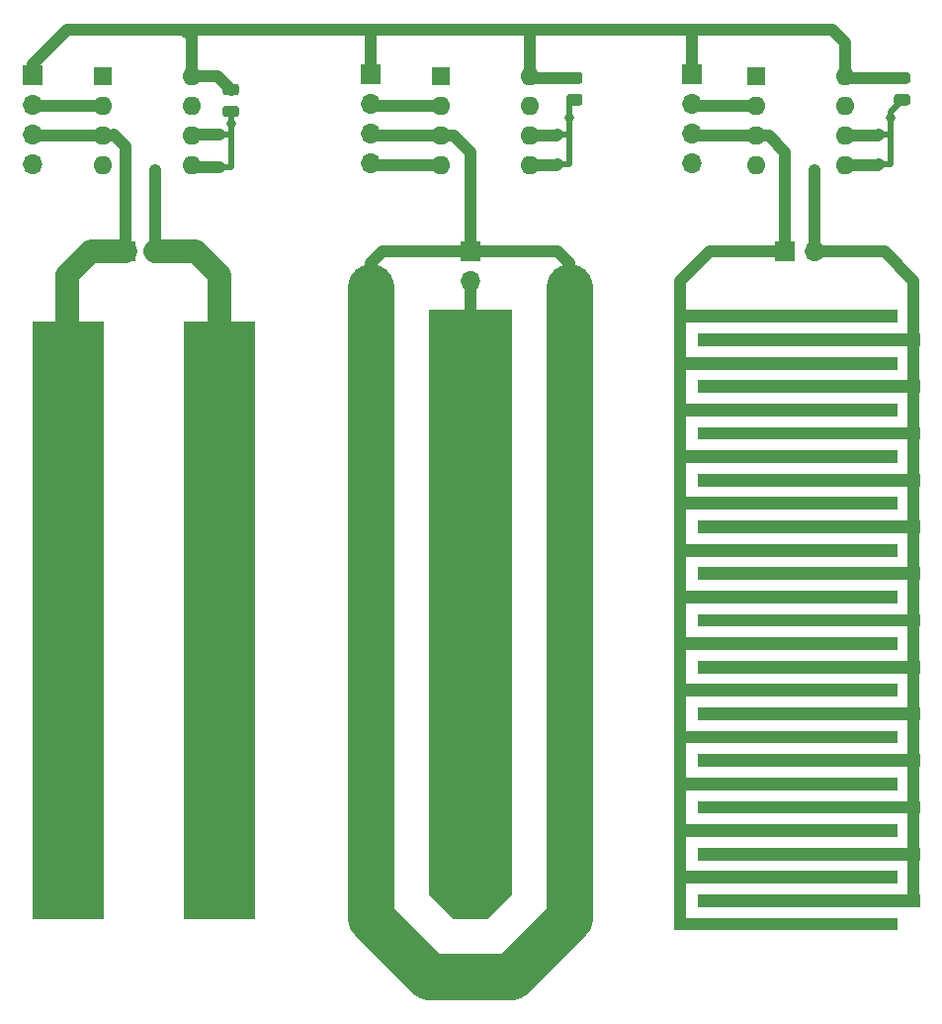
<source format=gbr>
%TF.GenerationSoftware,KiCad,Pcbnew,5.1.6-c6e7f7d~86~ubuntu16.04.1*%
%TF.CreationDate,2020-05-16T14:02:59+09:00*%
%TF.ProjectId,output.soil_monitor,6f757470-7574-42e7-936f-696c5f6d6f6e,rev?*%
%TF.SameCoordinates,Original*%
%TF.FileFunction,Copper,L1,Top*%
%TF.FilePolarity,Positive*%
%FSLAX46Y46*%
G04 Gerber Fmt 4.6, Leading zero omitted, Abs format (unit mm)*
G04 Created by KiCad (PCBNEW 5.1.6-c6e7f7d~86~ubuntu16.04.1) date 2020-05-16 14:02:59*
%MOMM*%
%LPD*%
G01*
G04 APERTURE LIST*
%TA.AperFunction,NonConductor*%
%ADD10C,0.100000*%
%TD*%
%TA.AperFunction,EtchedComponent*%
%ADD11C,0.100000*%
%TD*%
%TA.AperFunction,ComponentPad*%
%ADD12O,1.600000X1.600000*%
%TD*%
%TA.AperFunction,ComponentPad*%
%ADD13R,1.600000X1.600000*%
%TD*%
%TA.AperFunction,Conductor*%
%ADD14C,0.500000*%
%TD*%
%TA.AperFunction,ComponentPad*%
%ADD15O,1.700000X1.700000*%
%TD*%
%TA.AperFunction,ComponentPad*%
%ADD16R,1.700000X1.700000*%
%TD*%
%TA.AperFunction,ViaPad*%
%ADD17C,0.800000*%
%TD*%
%TA.AperFunction,Conductor*%
%ADD18C,2.000000*%
%TD*%
%TA.AperFunction,Conductor*%
%ADD19C,1.000000*%
%TD*%
%TA.AperFunction,Conductor*%
%ADD20C,4.000000*%
%TD*%
%TA.AperFunction,Conductor*%
%ADD21C,0.500000*%
%TD*%
G04 APERTURE END LIST*
D10*
G36*
X179000000Y-99000000D02*
G01*
X160000000Y-99000000D01*
X160000000Y-98000000D01*
X179000000Y-98000000D01*
X179000000Y-99000000D01*
G37*
X179000000Y-99000000D02*
X160000000Y-99000000D01*
X160000000Y-98000000D01*
X179000000Y-98000000D01*
X179000000Y-99000000D01*
G36*
X179000000Y-95000000D02*
G01*
X160000000Y-95000000D01*
X160000000Y-94000000D01*
X179000000Y-94000000D01*
X179000000Y-95000000D01*
G37*
X179000000Y-95000000D02*
X160000000Y-95000000D01*
X160000000Y-94000000D01*
X179000000Y-94000000D01*
X179000000Y-95000000D01*
G36*
X179000000Y-91000000D02*
G01*
X160000000Y-91000000D01*
X160000000Y-90000000D01*
X179000000Y-90000000D01*
X179000000Y-91000000D01*
G37*
X179000000Y-91000000D02*
X160000000Y-91000000D01*
X160000000Y-90000000D01*
X179000000Y-90000000D01*
X179000000Y-91000000D01*
G36*
X179000000Y-87000000D02*
G01*
X160000000Y-87000000D01*
X160000000Y-86000000D01*
X179000000Y-86000000D01*
X179000000Y-87000000D01*
G37*
X179000000Y-87000000D02*
X160000000Y-87000000D01*
X160000000Y-86000000D01*
X179000000Y-86000000D01*
X179000000Y-87000000D01*
G36*
X179000000Y-83000000D02*
G01*
X160000000Y-83000000D01*
X160000000Y-82000000D01*
X179000000Y-82000000D01*
X179000000Y-83000000D01*
G37*
X179000000Y-83000000D02*
X160000000Y-83000000D01*
X160000000Y-82000000D01*
X179000000Y-82000000D01*
X179000000Y-83000000D01*
G36*
X179000000Y-79000000D02*
G01*
X160000000Y-79000000D01*
X160000000Y-78000000D01*
X179000000Y-78000000D01*
X179000000Y-79000000D01*
G37*
X179000000Y-79000000D02*
X160000000Y-79000000D01*
X160000000Y-78000000D01*
X179000000Y-78000000D01*
X179000000Y-79000000D01*
G36*
X179000000Y-75000000D02*
G01*
X160000000Y-75000000D01*
X160000000Y-74000000D01*
X179000000Y-74000000D01*
X179000000Y-75000000D01*
G37*
X179000000Y-75000000D02*
X160000000Y-75000000D01*
X160000000Y-74000000D01*
X179000000Y-74000000D01*
X179000000Y-75000000D01*
G36*
X179000000Y-71000000D02*
G01*
X160000000Y-71000000D01*
X160000000Y-70000000D01*
X179000000Y-70000000D01*
X179000000Y-71000000D01*
G37*
X179000000Y-71000000D02*
X160000000Y-71000000D01*
X160000000Y-70000000D01*
X179000000Y-70000000D01*
X179000000Y-71000000D01*
G36*
X179000000Y-67000000D02*
G01*
X160000000Y-67000000D01*
X160000000Y-66000000D01*
X179000000Y-66000000D01*
X179000000Y-67000000D01*
G37*
X179000000Y-67000000D02*
X160000000Y-67000000D01*
X160000000Y-66000000D01*
X179000000Y-66000000D01*
X179000000Y-67000000D01*
G36*
X179000000Y-63000000D02*
G01*
X160000000Y-63000000D01*
X160000000Y-62000000D01*
X179000000Y-62000000D01*
X179000000Y-63000000D01*
G37*
X179000000Y-63000000D02*
X160000000Y-63000000D01*
X160000000Y-62000000D01*
X179000000Y-62000000D01*
X179000000Y-63000000D01*
G36*
X179000000Y-59000000D02*
G01*
X160000000Y-59000000D01*
X160000000Y-58000000D01*
X179000000Y-58000000D01*
X179000000Y-59000000D01*
G37*
X179000000Y-59000000D02*
X160000000Y-59000000D01*
X160000000Y-58000000D01*
X179000000Y-58000000D01*
X179000000Y-59000000D01*
G36*
X179000000Y-55000000D02*
G01*
X160000000Y-55000000D01*
X160000000Y-54000000D01*
X179000000Y-54000000D01*
X179000000Y-55000000D01*
G37*
X179000000Y-55000000D02*
X160000000Y-55000000D01*
X160000000Y-54000000D01*
X179000000Y-54000000D01*
X179000000Y-55000000D01*
G36*
X177000000Y-101000000D02*
G01*
X158000000Y-101000000D01*
X158000000Y-100000000D01*
X177000000Y-100000000D01*
X177000000Y-101000000D01*
G37*
X177000000Y-101000000D02*
X158000000Y-101000000D01*
X158000000Y-100000000D01*
X177000000Y-100000000D01*
X177000000Y-101000000D01*
G36*
X177000000Y-97000000D02*
G01*
X158000000Y-97000000D01*
X158000000Y-96000000D01*
X177000000Y-96000000D01*
X177000000Y-97000000D01*
G37*
X177000000Y-97000000D02*
X158000000Y-97000000D01*
X158000000Y-96000000D01*
X177000000Y-96000000D01*
X177000000Y-97000000D01*
G36*
X177000000Y-93000000D02*
G01*
X158000000Y-93000000D01*
X158000000Y-92000000D01*
X177000000Y-92000000D01*
X177000000Y-93000000D01*
G37*
X177000000Y-93000000D02*
X158000000Y-93000000D01*
X158000000Y-92000000D01*
X177000000Y-92000000D01*
X177000000Y-93000000D01*
G36*
X177000000Y-89000000D02*
G01*
X158000000Y-89000000D01*
X158000000Y-88000000D01*
X177000000Y-88000000D01*
X177000000Y-89000000D01*
G37*
X177000000Y-89000000D02*
X158000000Y-89000000D01*
X158000000Y-88000000D01*
X177000000Y-88000000D01*
X177000000Y-89000000D01*
G36*
X177000000Y-85000000D02*
G01*
X158000000Y-85000000D01*
X158000000Y-84000000D01*
X177000000Y-84000000D01*
X177000000Y-85000000D01*
G37*
X177000000Y-85000000D02*
X158000000Y-85000000D01*
X158000000Y-84000000D01*
X177000000Y-84000000D01*
X177000000Y-85000000D01*
G36*
X177000000Y-81000000D02*
G01*
X158000000Y-81000000D01*
X158000000Y-80000000D01*
X177000000Y-80000000D01*
X177000000Y-81000000D01*
G37*
X177000000Y-81000000D02*
X158000000Y-81000000D01*
X158000000Y-80000000D01*
X177000000Y-80000000D01*
X177000000Y-81000000D01*
G36*
X177000000Y-77000000D02*
G01*
X158000000Y-77000000D01*
X158000000Y-76000000D01*
X177000000Y-76000000D01*
X177000000Y-77000000D01*
G37*
X177000000Y-77000000D02*
X158000000Y-77000000D01*
X158000000Y-76000000D01*
X177000000Y-76000000D01*
X177000000Y-77000000D01*
G36*
X177000000Y-73000000D02*
G01*
X158000000Y-73000000D01*
X158000000Y-72000000D01*
X177000000Y-72000000D01*
X177000000Y-73000000D01*
G37*
X177000000Y-73000000D02*
X158000000Y-73000000D01*
X158000000Y-72000000D01*
X177000000Y-72000000D01*
X177000000Y-73000000D01*
G36*
X177000000Y-69000000D02*
G01*
X158000000Y-69000000D01*
X158000000Y-68000000D01*
X177000000Y-68000000D01*
X177000000Y-69000000D01*
G37*
X177000000Y-69000000D02*
X158000000Y-69000000D01*
X158000000Y-68000000D01*
X177000000Y-68000000D01*
X177000000Y-69000000D01*
G36*
X177000000Y-65000000D02*
G01*
X158000000Y-65000000D01*
X158000000Y-64000000D01*
X177000000Y-64000000D01*
X177000000Y-65000000D01*
G37*
X177000000Y-65000000D02*
X158000000Y-65000000D01*
X158000000Y-64000000D01*
X177000000Y-64000000D01*
X177000000Y-65000000D01*
G36*
X177000000Y-61000000D02*
G01*
X158000000Y-61000000D01*
X158000000Y-60000000D01*
X177000000Y-60000000D01*
X177000000Y-61000000D01*
G37*
X177000000Y-61000000D02*
X158000000Y-61000000D01*
X158000000Y-60000000D01*
X177000000Y-60000000D01*
X177000000Y-61000000D01*
G36*
X177000000Y-57000000D02*
G01*
X158000000Y-57000000D01*
X158000000Y-56000000D01*
X177000000Y-56000000D01*
X177000000Y-57000000D01*
G37*
X177000000Y-57000000D02*
X158000000Y-57000000D01*
X158000000Y-56000000D01*
X177000000Y-56000000D01*
X177000000Y-57000000D01*
G36*
X177000000Y-53000000D02*
G01*
X158000000Y-53000000D01*
X158000000Y-52000000D01*
X177000000Y-52000000D01*
X177000000Y-53000000D01*
G37*
X177000000Y-53000000D02*
X158000000Y-53000000D01*
X158000000Y-52000000D01*
X177000000Y-52000000D01*
X177000000Y-53000000D01*
G36*
X179000000Y-51000000D02*
G01*
X160000000Y-51000000D01*
X160000000Y-50000000D01*
X179000000Y-50000000D01*
X179000000Y-51000000D01*
G37*
X179000000Y-51000000D02*
X160000000Y-51000000D01*
X160000000Y-50000000D01*
X179000000Y-50000000D01*
X179000000Y-51000000D01*
G36*
X177000000Y-49000000D02*
G01*
X158000000Y-49000000D01*
X158000000Y-48000000D01*
X177000000Y-48000000D01*
X177000000Y-49000000D01*
G37*
X177000000Y-49000000D02*
X158000000Y-49000000D01*
X158000000Y-48000000D01*
X177000000Y-48000000D01*
X177000000Y-49000000D01*
G36*
X144000000Y-98000000D02*
G01*
X142000000Y-100000000D01*
X139000000Y-100000000D01*
X137000000Y-98000000D01*
X137000000Y-48000000D01*
X144000000Y-48000000D01*
X144000000Y-98000000D01*
G37*
X144000000Y-98000000D02*
X142000000Y-100000000D01*
X139000000Y-100000000D01*
X137000000Y-98000000D01*
X137000000Y-48000000D01*
X144000000Y-48000000D01*
X144000000Y-98000000D01*
G36*
X122000000Y-100000000D02*
G01*
X116000000Y-100000000D01*
X116000000Y-49000000D01*
X122000000Y-49000000D01*
X122000000Y-100000000D01*
G37*
X122000000Y-100000000D02*
X116000000Y-100000000D01*
X116000000Y-49000000D01*
X122000000Y-49000000D01*
X122000000Y-100000000D01*
G36*
X109000000Y-100000000D02*
G01*
X103000000Y-100000000D01*
X103000000Y-49000000D01*
X109000000Y-49000000D01*
X109000000Y-100000000D01*
G37*
X109000000Y-100000000D02*
X103000000Y-100000000D01*
X103000000Y-49000000D01*
X109000000Y-49000000D01*
X109000000Y-100000000D01*
D11*
%TO.C,NT6*%
G36*
X176500000Y-33250000D02*
G01*
X175500000Y-33250000D01*
X175500000Y-32750000D01*
X176500000Y-32750000D01*
X176500000Y-33250000D01*
G37*
%TO.C,NT5*%
G36*
X176500000Y-35750000D02*
G01*
X175500000Y-35750000D01*
X175500000Y-35250000D01*
X176500000Y-35250000D01*
X176500000Y-35750000D01*
G37*
%TO.C,NT4*%
G36*
X149000000Y-33250000D02*
G01*
X148000000Y-33250000D01*
X148000000Y-32750000D01*
X149000000Y-32750000D01*
X149000000Y-33250000D01*
G37*
%TO.C,NT3*%
G36*
X149000000Y-35750000D02*
G01*
X148000000Y-35750000D01*
X148000000Y-35250000D01*
X149000000Y-35250000D01*
X149000000Y-35750000D01*
G37*
%TO.C,NT2*%
G36*
X120000000Y-33250000D02*
G01*
X119000000Y-33250000D01*
X119000000Y-32750000D01*
X120000000Y-32750000D01*
X120000000Y-33250000D01*
G37*
%TO.C,NT1*%
G36*
X120000000Y-36000000D02*
G01*
X119000000Y-36000000D01*
X119000000Y-35500000D01*
X120000000Y-35500000D01*
X120000000Y-36000000D01*
G37*
%TD*%
D12*
%TO.P,U3,8*%
%TO.N,VCC*%
X172620000Y-28000000D03*
%TO.P,U3,4*%
%TO.N,GND*%
X165000000Y-35620000D03*
%TO.P,U3,7*%
%TO.N,Net-(U3-Pad7)*%
X172620000Y-30540000D03*
%TO.P,U3,3*%
%TO.N,/P3*%
X165000000Y-33080000D03*
%TO.P,U3,6*%
%TO.N,Net-(NT6-Pad2)*%
X172620000Y-33080000D03*
%TO.P,U3,2*%
%TO.N,Net-(J6-Pad2)*%
X165000000Y-30540000D03*
%TO.P,U3,5*%
%TO.N,Net-(NT5-Pad2)*%
X172620000Y-35620000D03*
D13*
%TO.P,U3,1*%
%TO.N,Net-(J6-Pad2)*%
X165000000Y-28000000D03*
%TD*%
D14*
%TO.N,Net-(NT6-Pad2)*%
%TO.C,NT6*%
X175500000Y-33000000D03*
%TO.N,GND*%
X176500000Y-33000000D03*
%TD*%
%TO.N,Net-(NT5-Pad2)*%
%TO.C,NT5*%
X175500000Y-35500000D03*
%TO.N,GND*%
X176500000Y-35500000D03*
%TD*%
D15*
%TO.P,J6,4*%
%TO.N,GND*%
X159500000Y-35470000D03*
%TO.P,J6,3*%
%TO.N,/P3*%
X159500000Y-32930000D03*
%TO.P,J6,2*%
%TO.N,Net-(J6-Pad2)*%
X159500000Y-30390000D03*
D16*
%TO.P,J6,1*%
%TO.N,VCC*%
X159500000Y-27850000D03*
%TD*%
%TO.P,C3,2*%
%TO.N,GND*%
%TA.AperFunction,SMDPad,CuDef*%
G36*
G01*
X177043750Y-29512500D02*
X177956250Y-29512500D01*
G75*
G02*
X178200000Y-29756250I0J-243750D01*
G01*
X178200000Y-30243750D01*
G75*
G02*
X177956250Y-30487500I-243750J0D01*
G01*
X177043750Y-30487500D01*
G75*
G02*
X176800000Y-30243750I0J243750D01*
G01*
X176800000Y-29756250D01*
G75*
G02*
X177043750Y-29512500I243750J0D01*
G01*
G37*
%TD.AperFunction*%
%TO.P,C3,1*%
%TO.N,VCC*%
%TA.AperFunction,SMDPad,CuDef*%
G36*
G01*
X177043750Y-27637500D02*
X177956250Y-27637500D01*
G75*
G02*
X178200000Y-27881250I0J-243750D01*
G01*
X178200000Y-28368750D01*
G75*
G02*
X177956250Y-28612500I-243750J0D01*
G01*
X177043750Y-28612500D01*
G75*
G02*
X176800000Y-28368750I0J243750D01*
G01*
X176800000Y-27881250D01*
G75*
G02*
X177043750Y-27637500I243750J0D01*
G01*
G37*
%TD.AperFunction*%
%TD*%
D12*
%TO.P,U2,8*%
%TO.N,VCC*%
X145620000Y-28000000D03*
%TO.P,U2,4*%
%TO.N,GND*%
X138000000Y-35620000D03*
%TO.P,U2,7*%
%TO.N,Net-(U2-Pad7)*%
X145620000Y-30540000D03*
%TO.P,U2,3*%
%TO.N,/P2*%
X138000000Y-33080000D03*
%TO.P,U2,6*%
%TO.N,Net-(NT4-Pad2)*%
X145620000Y-33080000D03*
%TO.P,U2,2*%
%TO.N,Net-(J5-Pad2)*%
X138000000Y-30540000D03*
%TO.P,U2,5*%
%TO.N,Net-(NT3-Pad2)*%
X145620000Y-35620000D03*
D13*
%TO.P,U2,1*%
%TO.N,Net-(J5-Pad2)*%
X138000000Y-28000000D03*
%TD*%
D14*
%TO.N,Net-(NT4-Pad2)*%
%TO.C,NT4*%
X148000000Y-33000000D03*
%TO.N,GND*%
X149000000Y-33000000D03*
%TD*%
%TO.N,Net-(NT3-Pad2)*%
%TO.C,NT3*%
X148000000Y-35500000D03*
%TO.N,GND*%
X149000000Y-35500000D03*
%TD*%
D15*
%TO.P,J5,4*%
%TO.N,GND*%
X132000000Y-35470000D03*
%TO.P,J5,3*%
%TO.N,/P2*%
X132000000Y-32930000D03*
%TO.P,J5,2*%
%TO.N,Net-(J5-Pad2)*%
X132000000Y-30390000D03*
D16*
%TO.P,J5,1*%
%TO.N,VCC*%
X132000000Y-27850000D03*
%TD*%
%TO.P,C2,2*%
%TO.N,GND*%
%TA.AperFunction,SMDPad,CuDef*%
G36*
G01*
X148981250Y-29512500D02*
X149893750Y-29512500D01*
G75*
G02*
X150137500Y-29756250I0J-243750D01*
G01*
X150137500Y-30243750D01*
G75*
G02*
X149893750Y-30487500I-243750J0D01*
G01*
X148981250Y-30487500D01*
G75*
G02*
X148737500Y-30243750I0J243750D01*
G01*
X148737500Y-29756250D01*
G75*
G02*
X148981250Y-29512500I243750J0D01*
G01*
G37*
%TD.AperFunction*%
%TO.P,C2,1*%
%TO.N,VCC*%
%TA.AperFunction,SMDPad,CuDef*%
G36*
G01*
X148981250Y-27637500D02*
X149893750Y-27637500D01*
G75*
G02*
X150137500Y-27881250I0J-243750D01*
G01*
X150137500Y-28368750D01*
G75*
G02*
X149893750Y-28612500I-243750J0D01*
G01*
X148981250Y-28612500D01*
G75*
G02*
X148737500Y-28368750I0J243750D01*
G01*
X148737500Y-27881250D01*
G75*
G02*
X148981250Y-27637500I243750J0D01*
G01*
G37*
%TD.AperFunction*%
%TD*%
D14*
%TO.N,Net-(NT2-Pad2)*%
%TO.C,NT2*%
X119000000Y-33000000D03*
%TO.N,GND*%
X120000000Y-33000000D03*
%TD*%
%TO.N,Net-(NT1-Pad2)*%
%TO.C,NT1*%
X119000000Y-35750000D03*
%TO.N,GND*%
X120000000Y-35750000D03*
%TD*%
D15*
%TO.P,J4,4*%
%TO.N,GND*%
X103000000Y-35540000D03*
%TO.P,J4,3*%
%TO.N,/P*%
X103000000Y-33000000D03*
%TO.P,J4,2*%
%TO.N,Net-(J4-Pad2)*%
X103000000Y-30460000D03*
D16*
%TO.P,J4,1*%
%TO.N,VCC*%
X103000000Y-27920000D03*
%TD*%
D12*
%TO.P,U1,8*%
%TO.N,VCC*%
X116620000Y-28000000D03*
%TO.P,U1,4*%
%TO.N,GND*%
X109000000Y-35620000D03*
%TO.P,U1,7*%
%TO.N,Net-(U1-Pad7)*%
X116620000Y-30540000D03*
%TO.P,U1,3*%
%TO.N,/P*%
X109000000Y-33080000D03*
%TO.P,U1,6*%
%TO.N,Net-(NT2-Pad2)*%
X116620000Y-33080000D03*
%TO.P,U1,2*%
%TO.N,Net-(J4-Pad2)*%
X109000000Y-30540000D03*
%TO.P,U1,5*%
%TO.N,Net-(NT1-Pad2)*%
X116620000Y-35620000D03*
D13*
%TO.P,U1,1*%
%TO.N,Net-(J4-Pad2)*%
X109000000Y-28000000D03*
%TD*%
%TO.P,C1,2*%
%TO.N,GND*%
%TA.AperFunction,SMDPad,CuDef*%
G36*
G01*
X119543750Y-30512500D02*
X120456250Y-30512500D01*
G75*
G02*
X120700000Y-30756250I0J-243750D01*
G01*
X120700000Y-31243750D01*
G75*
G02*
X120456250Y-31487500I-243750J0D01*
G01*
X119543750Y-31487500D01*
G75*
G02*
X119300000Y-31243750I0J243750D01*
G01*
X119300000Y-30756250D01*
G75*
G02*
X119543750Y-30512500I243750J0D01*
G01*
G37*
%TD.AperFunction*%
%TO.P,C1,1*%
%TO.N,VCC*%
%TA.AperFunction,SMDPad,CuDef*%
G36*
G01*
X119543750Y-28637500D02*
X120456250Y-28637500D01*
G75*
G02*
X120700000Y-28881250I0J-243750D01*
G01*
X120700000Y-29368750D01*
G75*
G02*
X120456250Y-29612500I-243750J0D01*
G01*
X119543750Y-29612500D01*
G75*
G02*
X119300000Y-29368750I0J243750D01*
G01*
X119300000Y-28881250D01*
G75*
G02*
X119543750Y-28637500I243750J0D01*
G01*
G37*
%TD.AperFunction*%
%TD*%
D15*
%TO.P,J3,2*%
%TO.N,GND*%
X170000000Y-43000000D03*
D16*
%TO.P,J3,1*%
%TO.N,/P3*%
X167460000Y-43000000D03*
%TD*%
D15*
%TO.P,J2,2*%
%TO.N,GND*%
X140500000Y-45540000D03*
D16*
%TO.P,J2,1*%
%TO.N,/P2*%
X140500000Y-43000000D03*
%TD*%
D15*
%TO.P,J1,2*%
%TO.N,GND*%
X113540000Y-43000000D03*
D16*
%TO.P,J1,1*%
%TO.N,/P*%
X111000000Y-43000000D03*
%TD*%
D17*
%TO.N,GND*%
X120000000Y-32000000D03*
X113500000Y-36000000D03*
X149000000Y-31500000D03*
X176500000Y-31500000D03*
X170000000Y-36000000D03*
%TD*%
D18*
%TO.N,/P*%
X106000000Y-45000000D02*
X106000000Y-53000000D01*
X108000000Y-43000000D02*
X106000000Y-45000000D01*
X111000000Y-43000000D02*
X108000000Y-43000000D01*
D19*
X111000000Y-43000000D02*
X111000000Y-34000000D01*
X111000000Y-34000000D02*
X110000000Y-33000000D01*
X109920000Y-33080000D02*
X109000000Y-33080000D01*
X110000000Y-33000000D02*
X109920000Y-33080000D01*
X103080000Y-33080000D02*
X103000000Y-33000000D01*
X109000000Y-33080000D02*
X103080000Y-33080000D01*
D20*
%TO.N,/P2*%
X149000000Y-46000000D02*
X149000000Y-100000000D01*
X149000000Y-100000000D02*
X144000000Y-105000000D01*
X144000000Y-105000000D02*
X137000000Y-105000000D01*
X137000000Y-105000000D02*
X132000000Y-100000000D01*
X132000000Y-100000000D02*
X132000000Y-46000000D01*
D19*
X149000000Y-44000000D02*
X149000000Y-46000000D01*
X133000000Y-43000000D02*
X148000000Y-43000000D01*
X132000000Y-46000000D02*
X132000000Y-44000000D01*
X132000000Y-44000000D02*
X133000000Y-43000000D01*
X148000000Y-43000000D02*
X149000000Y-44000000D01*
X140500000Y-43000000D02*
X140500000Y-34500000D01*
X139080000Y-33080000D02*
X138000000Y-33080000D01*
X140500000Y-34500000D02*
X139080000Y-33080000D01*
X132150000Y-33080000D02*
X132000000Y-32930000D01*
X138000000Y-33080000D02*
X132150000Y-33080000D01*
%TO.N,/P3*%
X158500000Y-45500000D02*
X161000000Y-43000000D01*
X161000000Y-43000000D02*
X167460000Y-43000000D01*
X158500000Y-100500000D02*
X158500000Y-45500000D01*
X167460000Y-43000000D02*
X167460000Y-34460000D01*
X166080000Y-33080000D02*
X165000000Y-33080000D01*
X167460000Y-34460000D02*
X166080000Y-33080000D01*
X159650000Y-33080000D02*
X159500000Y-32930000D01*
X165000000Y-33080000D02*
X159650000Y-33080000D01*
D18*
%TO.N,GND*%
X113540000Y-43000000D02*
X117000000Y-43000000D01*
X117000000Y-43000000D02*
X119000000Y-45000000D01*
X119000000Y-45000000D02*
X119000000Y-51000000D01*
X140500000Y-49500000D02*
X140000000Y-50000000D01*
D19*
X140500000Y-45540000D02*
X140500000Y-49500000D01*
X176000000Y-43000000D02*
X170000000Y-43000000D01*
X178500000Y-45500000D02*
X176000000Y-43000000D01*
X178500000Y-98500000D02*
X178500000Y-45500000D01*
X113540000Y-43000000D02*
X113540000Y-38700000D01*
D21*
X120000000Y-35750000D02*
X120000000Y-32000000D01*
X120000000Y-32000000D02*
X120000000Y-31000000D01*
D19*
X113540000Y-36040000D02*
X113500000Y-36000000D01*
X113540000Y-38700000D02*
X113540000Y-36040000D01*
D21*
X149000000Y-35500000D02*
X149000000Y-33000000D01*
X149000000Y-30437500D02*
X149437500Y-30000000D01*
X149000000Y-33000000D02*
X149000000Y-31500000D01*
X149000000Y-31500000D02*
X149000000Y-30437500D01*
X176500000Y-35500000D02*
X176500000Y-33000000D01*
X176500000Y-31000000D02*
X177500000Y-30000000D01*
X176500000Y-33000000D02*
X176500000Y-31000000D01*
X176500000Y-31000000D02*
X176500000Y-31500000D01*
D19*
X170000000Y-43000000D02*
X170000000Y-36000000D01*
X132150000Y-35620000D02*
X132000000Y-35470000D01*
X138000000Y-35620000D02*
X132150000Y-35620000D01*
%TO.N,VCC*%
X103000000Y-27000000D02*
X106000000Y-24000000D01*
X103000000Y-27920000D02*
X103000000Y-27000000D01*
X116620000Y-24620000D02*
X116000000Y-24000000D01*
X116620000Y-28000000D02*
X116620000Y-24620000D01*
X116000000Y-24000000D02*
X117000000Y-24000000D01*
X106000000Y-24000000D02*
X116000000Y-24000000D01*
X118875000Y-28000000D02*
X120000000Y-29125000D01*
X116620000Y-28000000D02*
X118875000Y-28000000D01*
X145745000Y-28125000D02*
X145620000Y-28000000D01*
X149437500Y-28125000D02*
X145745000Y-28125000D01*
X132000000Y-27850000D02*
X132000000Y-24000000D01*
X117000000Y-24000000D02*
X133000000Y-24000000D01*
X145620000Y-28000000D02*
X145620000Y-24120000D01*
X145620000Y-24120000D02*
X145500000Y-24000000D01*
X133000000Y-24000000D02*
X145500000Y-24000000D01*
X172620000Y-25120000D02*
X172620000Y-28000000D01*
X171500000Y-24000000D02*
X172620000Y-25120000D01*
X172745000Y-28125000D02*
X172620000Y-28000000D01*
X177500000Y-28125000D02*
X172745000Y-28125000D01*
X160000000Y-24000000D02*
X171500000Y-24000000D01*
X159500000Y-27850000D02*
X159500000Y-24500000D01*
X145500000Y-24000000D02*
X160000000Y-24000000D01*
%TO.N,Net-(J4-Pad2)*%
X103080000Y-30540000D02*
X103000000Y-30460000D01*
X109000000Y-30540000D02*
X103080000Y-30540000D01*
%TO.N,Net-(NT1-Pad2)*%
X116750000Y-35750000D02*
X116620000Y-35620000D01*
X119000000Y-35750000D02*
X116750000Y-35750000D01*
%TO.N,Net-(NT2-Pad2)*%
X116700000Y-33000000D02*
X116620000Y-33080000D01*
X119000000Y-33000000D02*
X116700000Y-33000000D01*
%TO.N,Net-(J5-Pad2)*%
X132150000Y-30540000D02*
X132000000Y-30390000D01*
X138000000Y-30540000D02*
X132150000Y-30540000D01*
%TO.N,Net-(NT3-Pad2)*%
X147880000Y-35620000D02*
X148000000Y-35500000D01*
X145620000Y-35620000D02*
X147880000Y-35620000D01*
%TO.N,Net-(NT4-Pad2)*%
X147920000Y-33080000D02*
X148000000Y-33000000D01*
X145620000Y-33080000D02*
X147920000Y-33080000D01*
%TO.N,Net-(J6-Pad2)*%
X159650000Y-30540000D02*
X159500000Y-30390000D01*
X165000000Y-30540000D02*
X159650000Y-30540000D01*
%TO.N,Net-(NT5-Pad2)*%
X175380000Y-35620000D02*
X175500000Y-35500000D01*
X172620000Y-35620000D02*
X175380000Y-35620000D01*
%TO.N,Net-(NT6-Pad2)*%
X175420000Y-33080000D02*
X175500000Y-33000000D01*
X172620000Y-33080000D02*
X175420000Y-33080000D01*
%TD*%
M02*

</source>
